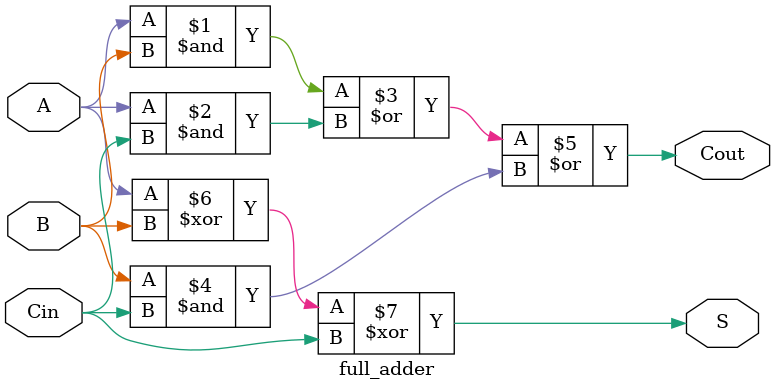
<source format=v>
`timescale 1ns / 1ps


module full_adder(A,B,Cin,S,Cout);

    input A,B,Cin;
    output S,Cout;
    
    
    assign #10 Cout = (A & B) | (A & Cin) | (B & Cin) ;
    assign #10 S = A ^ B ^ Cin; 
    
endmodule
</source>
